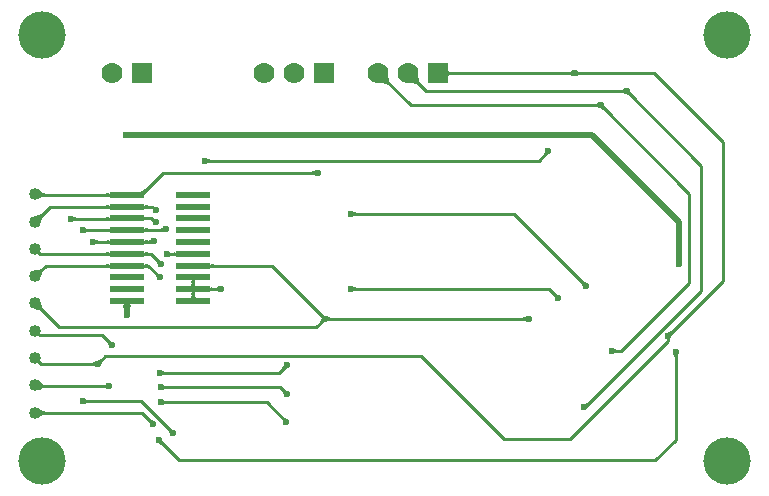
<source format=gbl>
G04*
G04 #@! TF.GenerationSoftware,Altium Limited,Altium Designer,18.1.7 (191)*
G04*
G04 Layer_Physical_Order=2*
G04 Layer_Color=16711680*
%FSLAX25Y25*%
%MOIN*%
G70*
G01*
G75*
%ADD12C,0.01000*%
%ADD55C,0.15748*%
%ADD56C,0.02000*%
%ADD57C,0.04000*%
%ADD58R,0.07000X0.07000*%
%ADD59C,0.07000*%
%ADD60R,0.07000X0.07000*%
%ADD61C,0.02362*%
%ADD62R,0.11811X0.02402*%
G36*
X189296Y144465D02*
X189369Y144410D01*
X189448Y144361D01*
X189533Y144318D01*
X189623Y144282D01*
X189720Y144253D01*
X189822Y144230D01*
X189930Y144214D01*
X190044Y144204D01*
X190164Y144201D01*
Y143201D01*
X190044Y143198D01*
X189930Y143188D01*
X189822Y143171D01*
X189720Y143149D01*
X189623Y143119D01*
X189533Y143083D01*
X189448Y143041D01*
X189369Y142992D01*
X189296Y142936D01*
X189229Y142874D01*
Y144527D01*
X189296Y144465D01*
D02*
G37*
G36*
X187542Y142874D02*
X187475Y142936D01*
X187402Y142992D01*
X187324Y143041D01*
X187239Y143083D01*
X187148Y143119D01*
X187052Y143149D01*
X186950Y143171D01*
X186841Y143188D01*
X186727Y143198D01*
X186607Y143201D01*
Y144201D01*
X186727Y144204D01*
X186841Y144214D01*
X186950Y144230D01*
X187052Y144253D01*
X187148Y144282D01*
X187239Y144318D01*
X187324Y144361D01*
X187402Y144410D01*
X187475Y144465D01*
X187542Y144527D01*
Y142874D01*
D02*
G37*
G36*
X146262Y144606D02*
X146292Y144521D01*
X146343Y144446D01*
X146414Y144381D01*
X146505Y144326D01*
X146616Y144281D01*
X146748Y144246D01*
X146899Y144221D01*
X147071Y144206D01*
X147264Y144201D01*
Y143201D01*
X147071Y143196D01*
X146899Y143181D01*
X146748Y143156D01*
X146616Y143121D01*
X146505Y143076D01*
X146414Y143021D01*
X146343Y142956D01*
X146292Y142881D01*
X146262Y142796D01*
X146252Y142701D01*
Y144701D01*
X146262Y144606D01*
D02*
G37*
G36*
X136278Y143434D02*
X136335Y142495D01*
X136388Y142083D01*
X136459Y141709D01*
X136546Y141374D01*
X136650Y141077D01*
X136771Y140818D01*
X136909Y140597D01*
X137064Y140415D01*
X136356Y139708D01*
X136174Y139863D01*
X135954Y140001D01*
X135695Y140121D01*
X135398Y140226D01*
X135062Y140313D01*
X134688Y140383D01*
X134276Y140437D01*
X133337Y140493D01*
X132811Y140496D01*
X136275Y143961D01*
X136278Y143434D01*
D02*
G37*
G36*
X126278D02*
X126335Y142495D01*
X126388Y142083D01*
X126459Y141709D01*
X126546Y141374D01*
X126650Y141077D01*
X126771Y140818D01*
X126909Y140597D01*
X127064Y140415D01*
X126356Y139708D01*
X126174Y139863D01*
X125954Y140001D01*
X125695Y140121D01*
X125398Y140226D01*
X125062Y140313D01*
X124688Y140383D01*
X124276Y140437D01*
X123337Y140493D01*
X122811Y140496D01*
X126275Y143961D01*
X126278Y143434D01*
D02*
G37*
G36*
X204964Y136969D02*
X204897Y137031D01*
X204824Y137086D01*
X204745Y137135D01*
X204660Y137178D01*
X204570Y137214D01*
X204473Y137243D01*
X204371Y137266D01*
X204263Y137282D01*
X204148Y137292D01*
X204028Y137295D01*
Y138295D01*
X204148Y138298D01*
X204263Y138308D01*
X204371Y138325D01*
X204473Y138348D01*
X204570Y138377D01*
X204660Y138413D01*
X204745Y138455D01*
X204824Y138504D01*
X204897Y138560D01*
X204964Y138622D01*
Y136969D01*
D02*
G37*
G36*
X206992Y137692D02*
X207004Y137601D01*
X207025Y137511D01*
X207055Y137421D01*
X207093Y137332D01*
X207141Y137243D01*
X207197Y137154D01*
X207262Y137066D01*
X207336Y136978D01*
X207418Y136891D01*
X206711Y136184D01*
X206624Y136267D01*
X206536Y136340D01*
X206448Y136405D01*
X206360Y136461D01*
X206271Y136509D01*
X206181Y136548D01*
X206091Y136577D01*
X206001Y136599D01*
X205910Y136611D01*
X205819Y136614D01*
X206988Y137784D01*
X206992Y137692D01*
D02*
G37*
G36*
X196204Y132244D02*
X196137Y132306D01*
X196064Y132362D01*
X195985Y132411D01*
X195900Y132453D01*
X195810Y132489D01*
X195713Y132519D01*
X195611Y132542D01*
X195503Y132558D01*
X195389Y132568D01*
X195268Y132571D01*
Y133571D01*
X195389Y133574D01*
X195503Y133584D01*
X195611Y133600D01*
X195713Y133623D01*
X195810Y133652D01*
X195900Y133688D01*
X195985Y133731D01*
X196064Y133780D01*
X196137Y133835D01*
X196204Y133898D01*
Y132244D01*
D02*
G37*
G36*
X198232Y132968D02*
X198244Y132877D01*
X198265Y132787D01*
X198295Y132697D01*
X198334Y132607D01*
X198381Y132518D01*
X198437Y132430D01*
X198502Y132342D01*
X198576Y132254D01*
X198659Y132167D01*
X197951Y131460D01*
X197864Y131542D01*
X197777Y131616D01*
X197688Y131681D01*
X197600Y131737D01*
X197511Y131784D01*
X197422Y131823D01*
X197332Y131853D01*
X197241Y131874D01*
X197150Y131886D01*
X197059Y131890D01*
X198228Y133059D01*
X198232Y132968D01*
D02*
G37*
G36*
X179614Y116634D02*
X179523Y116630D01*
X179432Y116618D01*
X179342Y116597D01*
X179252Y116567D01*
X179162Y116529D01*
X179073Y116481D01*
X178985Y116425D01*
X178897Y116360D01*
X178809Y116286D01*
X178722Y116204D01*
X178015Y116911D01*
X178097Y116998D01*
X178171Y117086D01*
X178236Y117174D01*
X178292Y117262D01*
X178340Y117351D01*
X178378Y117441D01*
X178408Y117531D01*
X178429Y117621D01*
X178442Y117712D01*
X178445Y117803D01*
X179614Y116634D01*
D02*
G37*
G36*
X66068Y115332D02*
X66141Y115276D01*
X66220Y115227D01*
X66304Y115185D01*
X66395Y115149D01*
X66491Y115119D01*
X66594Y115096D01*
X66702Y115080D01*
X66816Y115070D01*
X66936Y115067D01*
Y114067D01*
X66816Y114064D01*
X66702Y114054D01*
X66594Y114038D01*
X66491Y114015D01*
X66395Y113985D01*
X66304Y113949D01*
X66220Y113907D01*
X66141Y113858D01*
X66068Y113802D01*
X66001Y113740D01*
Y115394D01*
X66068Y115332D01*
D02*
G37*
G36*
X101912Y109705D02*
X101845Y109767D01*
X101772Y109822D01*
X101694Y109871D01*
X101609Y109914D01*
X101518Y109950D01*
X101422Y109979D01*
X101320Y110002D01*
X101211Y110018D01*
X101097Y110028D01*
X100977Y110031D01*
Y111031D01*
X101097Y111035D01*
X101211Y111045D01*
X101320Y111061D01*
X101422Y111084D01*
X101518Y111113D01*
X101609Y111149D01*
X101694Y111192D01*
X101772Y111241D01*
X101845Y111296D01*
X101912Y111358D01*
Y109705D01*
D02*
G37*
G36*
X45774Y104437D02*
X45575Y104231D01*
X45261Y103861D01*
X45147Y103699D01*
X45061Y103550D01*
X45003Y103416D01*
X44973Y103296D01*
X44972Y103190D01*
X44999Y103099D01*
X45055Y103023D01*
X43652Y104425D01*
X43729Y104369D01*
X43820Y104342D01*
X43926Y104344D01*
X44046Y104373D01*
X44180Y104431D01*
X44328Y104517D01*
X44491Y104631D01*
X44669Y104774D01*
X45067Y105144D01*
X45774Y104437D01*
D02*
G37*
G36*
X33292Y102347D02*
X33282Y102442D01*
X33251Y102526D01*
X33201Y102601D01*
X33130Y102666D01*
X33039Y102722D01*
X32927Y102767D01*
X32796Y102801D01*
X32644Y102826D01*
X32472Y102841D01*
X32280Y102847D01*
Y103847D01*
X32472Y103851D01*
X32644Y103867D01*
X32796Y103892D01*
X32927Y103926D01*
X33039Y103972D01*
X33130Y104026D01*
X33201Y104092D01*
X33251Y104166D01*
X33282Y104251D01*
X33292Y104347D01*
Y102347D01*
D02*
G37*
G36*
X10322Y104597D02*
X10487Y104439D01*
X10652Y104300D01*
X10818Y104180D01*
X10984Y104078D01*
X11151Y103995D01*
X11318Y103930D01*
X11485Y103884D01*
X11653Y103856D01*
X11821Y103847D01*
X11770Y102847D01*
X11607Y102838D01*
X11441Y102812D01*
X11272Y102768D01*
X11101Y102707D01*
X10927Y102629D01*
X10751Y102533D01*
X10572Y102420D01*
X10390Y102289D01*
X10206Y102142D01*
X10019Y101976D01*
X10157Y104773D01*
X10322Y104597D01*
D02*
G37*
G36*
X45065Y100216D02*
X45095Y100131D01*
X45146Y100056D01*
X45217Y99991D01*
X45308Y99936D01*
X45419Y99891D01*
X45551Y99856D01*
X45702Y99831D01*
X45875Y99816D01*
X46067Y99811D01*
Y98811D01*
X45875Y98806D01*
X45702Y98791D01*
X45551Y98766D01*
X45419Y98731D01*
X45308Y98686D01*
X45217Y98631D01*
X45146Y98566D01*
X45095Y98491D01*
X45065Y98406D01*
X45055Y98311D01*
Y100311D01*
X45065Y100216D01*
D02*
G37*
G36*
X33292Y98311D02*
X33282Y98406D01*
X33251Y98491D01*
X33201Y98566D01*
X33130Y98631D01*
X33039Y98686D01*
X32927Y98731D01*
X32796Y98766D01*
X32644Y98791D01*
X32472Y98806D01*
X32280Y98811D01*
Y99811D01*
X32472Y99816D01*
X32644Y99831D01*
X32796Y99856D01*
X32927Y99891D01*
X33039Y99936D01*
X33130Y99991D01*
X33201Y100056D01*
X33251Y100131D01*
X33282Y100216D01*
X33292Y100311D01*
Y98311D01*
D02*
G37*
G36*
X114788Y97615D02*
X114861Y97559D01*
X114940Y97510D01*
X115025Y97468D01*
X115115Y97432D01*
X115212Y97403D01*
X115314Y97380D01*
X115422Y97364D01*
X115537Y97354D01*
X115657Y97350D01*
Y96350D01*
X115537Y96347D01*
X115422Y96337D01*
X115314Y96321D01*
X115212Y96298D01*
X115115Y96269D01*
X115025Y96233D01*
X114940Y96190D01*
X114861Y96141D01*
X114788Y96086D01*
X114721Y96024D01*
Y97677D01*
X114788Y97615D01*
D02*
G37*
G36*
X21315Y96015D02*
X21392Y95965D01*
X21474Y95920D01*
X21561Y95882D01*
X21654Y95850D01*
X21753Y95823D01*
X21856Y95802D01*
X21965Y95787D01*
X22080Y95779D01*
X22199Y95776D01*
X22292Y94776D01*
X22171Y94772D01*
X22058Y94762D01*
X21950Y94744D01*
X21849Y94719D01*
X21755Y94688D01*
X21667Y94649D01*
X21586Y94603D01*
X21512Y94550D01*
X21443Y94490D01*
X21382Y94424D01*
X21244Y96071D01*
X21315Y96015D01*
D02*
G37*
G36*
X45065Y96279D02*
X45095Y96194D01*
X45146Y96119D01*
X45217Y96054D01*
X45308Y95999D01*
X45419Y95954D01*
X45551Y95919D01*
X45702Y95894D01*
X45875Y95879D01*
X46067Y95874D01*
Y94874D01*
X45875Y94869D01*
X45702Y94854D01*
X45551Y94829D01*
X45419Y94794D01*
X45308Y94749D01*
X45217Y94694D01*
X45146Y94629D01*
X45095Y94554D01*
X45065Y94469D01*
X45055Y94374D01*
Y96374D01*
X45065Y96279D01*
D02*
G37*
G36*
X11233Y96205D02*
X11122Y96081D01*
X11023Y95944D01*
X10936Y95793D01*
X10861Y95629D01*
X10798Y95452D01*
X10747Y95261D01*
X10707Y95056D01*
X10680Y94838D01*
X10665Y94606D01*
X10661Y94361D01*
X8681Y96340D01*
X8927Y96344D01*
X9377Y96387D01*
X9581Y96426D01*
X9773Y96477D01*
X9950Y96540D01*
X10114Y96615D01*
X10265Y96702D01*
X10402Y96801D01*
X10526Y96912D01*
X11233Y96205D01*
D02*
G37*
G36*
X33292Y94276D02*
X33282Y94371D01*
X33251Y94456D01*
X33201Y94531D01*
X33130Y94596D01*
X33039Y94651D01*
X32927Y94696D01*
X32796Y94731D01*
X32644Y94756D01*
X32472Y94771D01*
X32280Y94776D01*
Y95776D01*
X32472Y95781D01*
X32644Y95796D01*
X32796Y95821D01*
X32927Y95856D01*
X33039Y95901D01*
X33130Y95956D01*
X33201Y96021D01*
X33251Y96096D01*
X33282Y96181D01*
X33292Y96276D01*
Y94276D01*
D02*
G37*
G36*
X47818Y95537D02*
X47906Y95465D01*
X47994Y95403D01*
X48083Y95351D01*
X48171Y95310D01*
X48260Y95279D01*
X48349Y95258D01*
X48438Y95248D01*
X48527Y95248D01*
X48616Y95258D01*
X47651Y93915D01*
X47635Y94002D01*
X47610Y94089D01*
X47578Y94176D01*
X47539Y94263D01*
X47493Y94350D01*
X47439Y94437D01*
X47379Y94524D01*
X47310Y94611D01*
X47152Y94784D01*
X47730Y95620D01*
X47818Y95537D01*
D02*
G37*
G36*
X51530Y90807D02*
X51458Y90859D01*
X51379Y90907D01*
X51296Y90948D01*
X51208Y90984D01*
X51114Y91015D01*
X51015Y91040D01*
X50911Y91060D01*
X50802Y91074D01*
X50687Y91082D01*
X50567Y91085D01*
X50428Y92085D01*
X50548Y92088D01*
X50662Y92099D01*
X50769Y92117D01*
X50869Y92143D01*
X50962Y92175D01*
X51048Y92215D01*
X51127Y92262D01*
X51200Y92317D01*
X51265Y92378D01*
X51324Y92447D01*
X51530Y90807D01*
D02*
G37*
G36*
X25320Y92202D02*
X25393Y92146D01*
X25472Y92097D01*
X25556Y92055D01*
X25647Y92019D01*
X25743Y91989D01*
X25846Y91966D01*
X25954Y91950D01*
X26068Y91940D01*
X26188Y91937D01*
Y90937D01*
X26068Y90934D01*
X25954Y90924D01*
X25846Y90908D01*
X25743Y90885D01*
X25647Y90855D01*
X25556Y90819D01*
X25472Y90777D01*
X25393Y90728D01*
X25320Y90672D01*
X25253Y90610D01*
Y92264D01*
X25320Y92202D01*
D02*
G37*
G36*
X45065Y92490D02*
X45095Y92405D01*
X45146Y92330D01*
X45217Y92265D01*
X45308Y92210D01*
X45419Y92165D01*
X45551Y92130D01*
X45702Y92105D01*
X45875Y92090D01*
X46067Y92085D01*
Y91085D01*
X45875Y91080D01*
X45702Y91065D01*
X45551Y91040D01*
X45419Y91005D01*
X45308Y90960D01*
X45217Y90905D01*
X45146Y90840D01*
X45095Y90765D01*
X45065Y90680D01*
X45055Y90585D01*
Y92585D01*
X45065Y92490D01*
D02*
G37*
G36*
X33292Y90437D02*
X33282Y90532D01*
X33251Y90617D01*
X33201Y90692D01*
X33130Y90757D01*
X33039Y90812D01*
X32927Y90857D01*
X32796Y90892D01*
X32644Y90917D01*
X32472Y90932D01*
X32280Y90937D01*
Y91937D01*
X32472Y91942D01*
X32644Y91957D01*
X32796Y91982D01*
X32927Y92017D01*
X33039Y92062D01*
X33130Y92117D01*
X33201Y92182D01*
X33251Y92257D01*
X33282Y92342D01*
X33292Y92437D01*
Y90437D01*
D02*
G37*
G36*
X47576Y86840D02*
X47504Y86894D01*
X47427Y86943D01*
X47344Y86986D01*
X47256Y87023D01*
X47163Y87054D01*
X47064Y87080D01*
X46960Y87100D01*
X46851Y87114D01*
X46736Y87123D01*
X46617Y87126D01*
X46498Y88126D01*
X46618Y88129D01*
X46732Y88140D01*
X46839Y88158D01*
X46939Y88183D01*
X47033Y88215D01*
X47120Y88255D01*
X47200Y88301D01*
X47273Y88355D01*
X47340Y88416D01*
X47400Y88484D01*
X47576Y86840D01*
D02*
G37*
G36*
X28869Y88276D02*
X28942Y88220D01*
X29020Y88171D01*
X29105Y88128D01*
X29195Y88092D01*
X29291Y88062D01*
X29394Y88039D01*
X29502Y88023D01*
X29616Y88013D01*
X29736Y88009D01*
X29727Y87009D01*
X29607Y87006D01*
X29493Y86997D01*
X29384Y86980D01*
X29282Y86958D01*
X29185Y86928D01*
X29094Y86893D01*
X29010Y86851D01*
X28930Y86802D01*
X28857Y86747D01*
X28790Y86685D01*
X28803Y88339D01*
X28869Y88276D01*
D02*
G37*
G36*
X45065Y88531D02*
X45095Y88446D01*
X45146Y88371D01*
X45217Y88306D01*
X45308Y88251D01*
X45419Y88206D01*
X45551Y88171D01*
X45702Y88146D01*
X45875Y88131D01*
X46067Y88126D01*
Y87126D01*
X45875Y87121D01*
X45702Y87106D01*
X45551Y87081D01*
X45419Y87046D01*
X45308Y87001D01*
X45217Y86946D01*
X45146Y86881D01*
X45095Y86806D01*
X45065Y86721D01*
X45055Y86626D01*
Y88626D01*
X45065Y88531D01*
D02*
G37*
G36*
X33292Y86509D02*
X33282Y86604D01*
X33251Y86689D01*
X33201Y86764D01*
X33130Y86829D01*
X33039Y86884D01*
X32927Y86929D01*
X32796Y86964D01*
X32644Y86989D01*
X32472Y87004D01*
X32280Y87009D01*
Y88009D01*
X32472Y88014D01*
X32644Y88029D01*
X32796Y88054D01*
X32927Y88089D01*
X33039Y88134D01*
X33130Y88189D01*
X33201Y88254D01*
X33251Y88329D01*
X33282Y88414D01*
X33292Y88509D01*
Y86509D01*
D02*
G37*
G36*
X53205Y84204D02*
X53282Y84154D01*
X53364Y84109D01*
X53451Y84071D01*
X53544Y84039D01*
X53642Y84012D01*
X53746Y83991D01*
X53855Y83976D01*
X53969Y83968D01*
X54089Y83965D01*
X54182Y82965D01*
X54061Y82961D01*
X53947Y82951D01*
X53840Y82933D01*
X53739Y82908D01*
X53645Y82877D01*
X53557Y82838D01*
X53476Y82792D01*
X53401Y82739D01*
X53333Y82679D01*
X53272Y82613D01*
X53134Y84260D01*
X53205Y84204D01*
D02*
G37*
G36*
X45065Y84468D02*
X45095Y84383D01*
X45146Y84308D01*
X45217Y84243D01*
X45308Y84188D01*
X45419Y84143D01*
X45551Y84108D01*
X45702Y84083D01*
X45875Y84068D01*
X46067Y84063D01*
Y83063D01*
X45875Y83058D01*
X45702Y83043D01*
X45551Y83018D01*
X45419Y82983D01*
X45308Y82938D01*
X45217Y82883D01*
X45146Y82818D01*
X45095Y82743D01*
X45065Y82658D01*
X45055Y82563D01*
Y84563D01*
X45065Y84468D01*
D02*
G37*
G36*
X33292Y82563D02*
X33282Y82658D01*
X33251Y82743D01*
X33201Y82818D01*
X33130Y82883D01*
X33039Y82938D01*
X32927Y82983D01*
X32796Y83018D01*
X32644Y83043D01*
X32472Y83058D01*
X32280Y83063D01*
Y84063D01*
X32472Y84068D01*
X32644Y84083D01*
X32796Y84108D01*
X32927Y84143D01*
X33039Y84188D01*
X33130Y84243D01*
X33201Y84308D01*
X33251Y84383D01*
X33282Y84468D01*
X33292Y84563D01*
Y82563D01*
D02*
G37*
G36*
X55339Y82465D02*
X55329Y82560D01*
X55299Y82645D01*
X55248Y82720D01*
X55177Y82785D01*
X55086Y82840D01*
X54975Y82885D01*
X54843Y82920D01*
X54691Y82945D01*
X54519Y82960D01*
X54327Y82965D01*
Y83965D01*
X54519Y83970D01*
X54691Y83985D01*
X54843Y84010D01*
X54975Y84045D01*
X55086Y84090D01*
X55177Y84145D01*
X55248Y84210D01*
X55299Y84285D01*
X55329Y84370D01*
X55339Y84465D01*
Y82465D01*
D02*
G37*
G36*
X49686Y81647D02*
X49773Y81573D01*
X49861Y81508D01*
X49950Y81452D01*
X50039Y81404D01*
X50128Y81366D01*
X50218Y81336D01*
X50309Y81315D01*
X50400Y81303D01*
X50491Y81299D01*
X49322Y80130D01*
X49318Y80221D01*
X49306Y80312D01*
X49285Y80402D01*
X49255Y80492D01*
X49216Y80582D01*
X49169Y80671D01*
X49113Y80759D01*
X49048Y80848D01*
X48974Y80935D01*
X48891Y81022D01*
X49598Y81729D01*
X49686Y81647D01*
D02*
G37*
G36*
X67112Y80531D02*
X67142Y80446D01*
X67193Y80371D01*
X67264Y80306D01*
X67355Y80251D01*
X67466Y80206D01*
X67598Y80171D01*
X67750Y80146D01*
X67922Y80131D01*
X68114Y80126D01*
Y79126D01*
X67922Y79121D01*
X67750Y79106D01*
X67598Y79081D01*
X67466Y79046D01*
X67355Y79001D01*
X67264Y78946D01*
X67193Y78881D01*
X67142Y78806D01*
X67112Y78721D01*
X67102Y78626D01*
Y80626D01*
X67112Y80531D01*
D02*
G37*
G36*
X45065D02*
X45095Y80446D01*
X45146Y80371D01*
X45217Y80306D01*
X45308Y80251D01*
X45419Y80206D01*
X45551Y80171D01*
X45702Y80146D01*
X45875Y80131D01*
X46067Y80126D01*
Y79126D01*
X45875Y79121D01*
X45702Y79106D01*
X45551Y79081D01*
X45419Y79046D01*
X45308Y79001D01*
X45217Y78946D01*
X45146Y78881D01*
X45095Y78806D01*
X45065Y78721D01*
X45055Y78626D01*
Y80626D01*
X45065Y80531D01*
D02*
G37*
G36*
X33292Y78626D02*
X33282Y78721D01*
X33251Y78806D01*
X33201Y78881D01*
X33130Y78946D01*
X33039Y79001D01*
X32927Y79046D01*
X32796Y79081D01*
X32644Y79106D01*
X32472Y79121D01*
X32280Y79126D01*
Y80126D01*
X32472Y80131D01*
X32644Y80146D01*
X32796Y80171D01*
X32927Y80206D01*
X33039Y80251D01*
X33130Y80306D01*
X33201Y80371D01*
X33251Y80446D01*
X33282Y80531D01*
X33292Y80626D01*
Y78626D01*
D02*
G37*
G36*
X11233Y77996D02*
X11122Y77873D01*
X11023Y77736D01*
X10936Y77585D01*
X10861Y77421D01*
X10798Y77243D01*
X10747Y77052D01*
X10707Y76847D01*
X10680Y76629D01*
X10665Y76397D01*
X10661Y76152D01*
X8681Y78132D01*
X8927Y78135D01*
X9377Y78178D01*
X9581Y78217D01*
X9773Y78268D01*
X9950Y78332D01*
X10114Y78407D01*
X10265Y78493D01*
X10402Y78592D01*
X10526Y78703D01*
X11233Y77996D01*
D02*
G37*
G36*
X49380Y77218D02*
X49468Y77144D01*
X49556Y77079D01*
X49644Y77023D01*
X49733Y76975D01*
X49823Y76937D01*
X49913Y76907D01*
X50003Y76886D01*
X50094Y76873D01*
X50185Y76870D01*
X49016Y75701D01*
X49012Y75792D01*
X49000Y75883D01*
X48979Y75973D01*
X48949Y76063D01*
X48911Y76153D01*
X48863Y76242D01*
X48807Y76330D01*
X48742Y76418D01*
X48668Y76506D01*
X48586Y76593D01*
X49293Y77300D01*
X49380Y77218D01*
D02*
G37*
G36*
X62125Y74490D02*
X62041Y74460D01*
X61966Y74410D01*
X61901Y74340D01*
X61845Y74250D01*
X61800Y74140D01*
X61765Y74010D01*
X61740Y73860D01*
X61728Y73719D01*
X61740Y73576D01*
X61765Y73425D01*
X61800Y73293D01*
X61845Y73182D01*
X61901Y73091D01*
X61966Y73020D01*
X62041Y72969D01*
X62125Y72939D01*
X62221Y72929D01*
X60220D01*
X60316Y72939D01*
X60400Y72969D01*
X60475Y73020D01*
X60540Y73091D01*
X60596Y73182D01*
X60641Y73293D01*
X60676Y73425D01*
X60701Y73576D01*
X60713Y73719D01*
X60701Y73860D01*
X60676Y74010D01*
X60641Y74140D01*
X60596Y74250D01*
X60540Y74340D01*
X60475Y74410D01*
X60400Y74460D01*
X60316Y74490D01*
X60220Y74500D01*
X62221D01*
X62125Y74490D01*
D02*
G37*
G36*
X191309Y74363D02*
X191397Y74290D01*
X191485Y74225D01*
X191573Y74168D01*
X191662Y74121D01*
X191752Y74082D01*
X191842Y74053D01*
X191932Y74031D01*
X192023Y74019D01*
X192114Y74016D01*
X190945Y72847D01*
X190942Y72938D01*
X190929Y73029D01*
X190908Y73119D01*
X190878Y73209D01*
X190840Y73298D01*
X190792Y73387D01*
X190736Y73476D01*
X190671Y73564D01*
X190597Y73652D01*
X190515Y73739D01*
X191222Y74446D01*
X191309Y74363D01*
D02*
G37*
G36*
X114788Y72615D02*
X114861Y72559D01*
X114940Y72510D01*
X115025Y72468D01*
X115115Y72432D01*
X115212Y72403D01*
X115314Y72380D01*
X115422Y72364D01*
X115537Y72354D01*
X115657Y72350D01*
Y71350D01*
X115537Y71347D01*
X115422Y71337D01*
X115314Y71321D01*
X115212Y71298D01*
X115115Y71269D01*
X115025Y71233D01*
X114940Y71190D01*
X114861Y71141D01*
X114788Y71086D01*
X114721Y71024D01*
Y72677D01*
X114788Y72615D01*
D02*
G37*
G36*
X69629Y70925D02*
X69562Y70987D01*
X69489Y71043D01*
X69410Y71092D01*
X69326Y71134D01*
X69235Y71170D01*
X69138Y71200D01*
X69036Y71223D01*
X68928Y71239D01*
X68814Y71249D01*
X68694Y71252D01*
X68694Y72252D01*
X68814Y72255D01*
X68928Y72265D01*
X69036Y72281D01*
X69138Y72304D01*
X69235Y72334D01*
X69326Y72370D01*
X69410Y72412D01*
X69489Y72461D01*
X69562Y72517D01*
X69629Y72579D01*
X69629Y70925D01*
D02*
G37*
G36*
X67112Y72657D02*
X67142Y72572D01*
X67193Y72497D01*
X67264Y72432D01*
X67355Y72377D01*
X67466Y72332D01*
X67598Y72297D01*
X67750Y72272D01*
X67922Y72257D01*
X68114Y72252D01*
Y71252D01*
X67922Y71247D01*
X67750Y71232D01*
X67598Y71207D01*
X67466Y71172D01*
X67355Y71127D01*
X67264Y71072D01*
X67193Y71007D01*
X67142Y70932D01*
X67112Y70847D01*
X67102Y70752D01*
Y72752D01*
X67112Y72657D01*
D02*
G37*
G36*
X62125Y70553D02*
X62041Y70523D01*
X61966Y70473D01*
X61901Y70403D01*
X61845Y70313D01*
X61800Y70203D01*
X61765Y70073D01*
X61740Y69923D01*
X61728Y69782D01*
X61740Y69639D01*
X61765Y69488D01*
X61800Y69356D01*
X61845Y69245D01*
X61901Y69154D01*
X61966Y69083D01*
X62041Y69032D01*
X62125Y69002D01*
X62221Y68992D01*
X60220D01*
X60316Y69002D01*
X60400Y69032D01*
X60475Y69083D01*
X60540Y69154D01*
X60596Y69245D01*
X60641Y69356D01*
X60676Y69488D01*
X60701Y69639D01*
X60713Y69782D01*
X60701Y69923D01*
X60676Y70073D01*
X60641Y70203D01*
X60596Y70313D01*
X60540Y70403D01*
X60475Y70473D01*
X60400Y70523D01*
X60316Y70553D01*
X60220Y70563D01*
X62221D01*
X62125Y70553D01*
D02*
G37*
G36*
X182155Y70328D02*
X182243Y70254D01*
X182331Y70189D01*
X182420Y70133D01*
X182509Y70086D01*
X182598Y70047D01*
X182688Y70017D01*
X182779Y69996D01*
X182869Y69984D01*
X182961Y69980D01*
X181791Y68811D01*
X181788Y68902D01*
X181776Y68993D01*
X181755Y69083D01*
X181725Y69173D01*
X181686Y69263D01*
X181639Y69352D01*
X181582Y69440D01*
X181518Y69529D01*
X181444Y69616D01*
X181361Y69703D01*
X182068Y70411D01*
X182155Y70328D01*
D02*
G37*
G36*
X40983Y66606D02*
X40813Y66546D01*
X40663Y66446D01*
X40533Y66306D01*
X40423Y66126D01*
X40333Y65906D01*
X40263Y65646D01*
X40213Y65346D01*
X40183Y65006D01*
X40173Y64626D01*
X38173D01*
X38163Y65006D01*
X38133Y65346D01*
X38083Y65646D01*
X38013Y65906D01*
X37923Y66126D01*
X37813Y66306D01*
X37683Y66446D01*
X37533Y66546D01*
X37363Y66606D01*
X37173Y66626D01*
X41173D01*
X40983Y66606D01*
D02*
G37*
G36*
X10665Y66762D02*
X10707Y66312D01*
X10747Y66108D01*
X10798Y65916D01*
X10861Y65739D01*
X10936Y65575D01*
X11023Y65424D01*
X11122Y65287D01*
X11233Y65163D01*
X10526Y64456D01*
X10402Y64567D01*
X10265Y64666D01*
X10114Y64753D01*
X9950Y64828D01*
X9773Y64891D01*
X9581Y64942D01*
X9377Y64982D01*
X9159Y65009D01*
X8927Y65024D01*
X8681Y65028D01*
X10661Y67008D01*
X10665Y66762D01*
D02*
G37*
G36*
X104301Y63537D02*
X104389Y63463D01*
X104477Y63398D01*
X104565Y63342D01*
X104654Y63294D01*
X104744Y63256D01*
X104834Y63226D01*
X104924Y63205D01*
X105015Y63192D01*
X105106Y63189D01*
X103937Y62020D01*
X103934Y62111D01*
X103921Y62202D01*
X103900Y62292D01*
X103870Y62382D01*
X103832Y62472D01*
X103784Y62561D01*
X103728Y62649D01*
X103663Y62737D01*
X103589Y62825D01*
X103507Y62912D01*
X104214Y63619D01*
X104301Y63537D01*
D02*
G37*
G36*
X106060Y62734D02*
X106130Y62676D01*
X106207Y62625D01*
X106290Y62581D01*
X106379Y62544D01*
X106475Y62513D01*
X106576Y62489D01*
X106684Y62472D01*
X106798Y62462D01*
X106919Y62459D01*
X106872Y61459D01*
X106753Y61456D01*
X106638Y61446D01*
X106530Y61431D01*
X106427Y61409D01*
X106329Y61381D01*
X106237Y61346D01*
X106151Y61306D01*
X106071Y61259D01*
X105996Y61206D01*
X105926Y61147D01*
X105995Y62799D01*
X106060Y62734D01*
D02*
G37*
G36*
X172154Y61119D02*
X172090Y61183D01*
X172019Y61241D01*
X171942Y61292D01*
X171859Y61336D01*
X171770Y61374D01*
X171675Y61404D01*
X171573Y61428D01*
X171465Y61445D01*
X171351Y61455D01*
X171231Y61459D01*
X171277Y62459D01*
X171397Y62462D01*
X171511Y62471D01*
X171620Y62487D01*
X171723Y62509D01*
X171820Y62537D01*
X171912Y62571D01*
X171999Y62612D01*
X172079Y62658D01*
X172154Y62711D01*
X172223Y62771D01*
X172154Y61119D01*
D02*
G37*
G36*
X105106Y60827D02*
X105015Y60823D01*
X104924Y60811D01*
X104834Y60790D01*
X104744Y60760D01*
X104654Y60722D01*
X104565Y60674D01*
X104477Y60618D01*
X104389Y60553D01*
X104301Y60479D01*
X104214Y60397D01*
X103507Y61104D01*
X103589Y61191D01*
X103663Y61278D01*
X103728Y61367D01*
X103784Y61455D01*
X103832Y61544D01*
X103870Y61634D01*
X103900Y61724D01*
X103921Y61814D01*
X103934Y61905D01*
X103937Y61996D01*
X105106Y60827D01*
D02*
G37*
G36*
X221198Y57203D02*
X221115Y57116D01*
X221041Y57029D01*
X220976Y56940D01*
X220920Y56852D01*
X220873Y56763D01*
X220834Y56673D01*
X220804Y56583D01*
X220783Y56493D01*
X220771Y56402D01*
X220768Y56311D01*
X219598Y57480D01*
X219690Y57484D01*
X219780Y57496D01*
X219871Y57517D01*
X219961Y57547D01*
X220050Y57586D01*
X220139Y57633D01*
X220228Y57689D01*
X220316Y57754D01*
X220404Y57828D01*
X220491Y57911D01*
X221198Y57203D01*
D02*
G37*
G36*
X220147Y55253D02*
X220134Y55228D01*
X220123Y55192D01*
X220113Y55145D01*
X220105Y55086D01*
X220093Y54936D01*
X220087Y54626D01*
X219087D01*
X219086Y54740D01*
X219060Y55145D01*
X219050Y55192D01*
X219039Y55228D01*
X219026Y55253D01*
X219012Y55267D01*
X220161D01*
X220147Y55253D01*
D02*
G37*
G36*
X33336Y54678D02*
X33424Y54605D01*
X33512Y54540D01*
X33601Y54483D01*
X33690Y54436D01*
X33779Y54397D01*
X33869Y54367D01*
X33960Y54346D01*
X34051Y54334D01*
X34142Y54331D01*
X32972Y53161D01*
X32969Y53253D01*
X32957Y53343D01*
X32936Y53434D01*
X32906Y53524D01*
X32867Y53613D01*
X32820Y53702D01*
X32764Y53791D01*
X32699Y53879D01*
X32625Y53967D01*
X32542Y54054D01*
X33249Y54761D01*
X33336Y54678D01*
D02*
G37*
G36*
X201698Y51946D02*
X201771Y51890D01*
X201850Y51841D01*
X201934Y51799D01*
X202025Y51763D01*
X202121Y51733D01*
X202224Y51710D01*
X202332Y51694D01*
X202446Y51684D01*
X202566Y51681D01*
Y50681D01*
X202446Y50678D01*
X202332Y50668D01*
X202224Y50652D01*
X202121Y50629D01*
X202025Y50599D01*
X201934Y50564D01*
X201850Y50521D01*
X201771Y50472D01*
X201698Y50416D01*
X201631Y50354D01*
Y52008D01*
X201698Y51946D01*
D02*
G37*
G36*
X222910Y50074D02*
X222855Y50001D01*
X222806Y49922D01*
X222763Y49837D01*
X222727Y49747D01*
X222698Y49650D01*
X222675Y49548D01*
X222659Y49440D01*
X222649Y49326D01*
X222646Y49205D01*
X221646D01*
X221642Y49326D01*
X221633Y49440D01*
X221616Y49548D01*
X221593Y49650D01*
X221564Y49747D01*
X221528Y49837D01*
X221486Y49922D01*
X221437Y50001D01*
X221381Y50074D01*
X221319Y50141D01*
X222972D01*
X222910Y50074D01*
D02*
G37*
G36*
X31139Y47853D02*
X31056Y47766D01*
X30983Y47678D01*
X30918Y47590D01*
X30861Y47502D01*
X30814Y47412D01*
X30775Y47323D01*
X30745Y47233D01*
X30724Y47143D01*
X30712Y47052D01*
X30709Y46961D01*
X29539Y48130D01*
X29631Y48133D01*
X29722Y48146D01*
X29812Y48167D01*
X29902Y48197D01*
X29991Y48235D01*
X30080Y48283D01*
X30169Y48339D01*
X30257Y48404D01*
X30345Y48478D01*
X30432Y48560D01*
X31139Y47853D01*
D02*
G37*
G36*
X10488Y47988D02*
X10485Y47931D01*
X10493Y47869D01*
X10514Y47802D01*
X10546Y47730D01*
X10590Y47654D01*
X10646Y47574D01*
X10714Y47488D01*
X10793Y47398D01*
X10885Y47302D01*
X10178Y46595D01*
X10083Y46687D01*
X9907Y46834D01*
X9826Y46890D01*
X9750Y46934D01*
X9678Y46966D01*
X9612Y46987D01*
X9550Y46995D01*
X9493Y46992D01*
X9440Y46977D01*
X10504Y48040D01*
X10488Y47988D01*
D02*
G37*
G36*
X28684Y46122D02*
X28617Y46184D01*
X28544Y46240D01*
X28465Y46289D01*
X28381Y46331D01*
X28290Y46367D01*
X28194Y46396D01*
X28091Y46419D01*
X27983Y46436D01*
X27869Y46446D01*
X27749Y46449D01*
Y47449D01*
X27869Y47452D01*
X27983Y47462D01*
X28091Y47478D01*
X28194Y47501D01*
X28290Y47530D01*
X28381Y47566D01*
X28465Y47609D01*
X28544Y47658D01*
X28617Y47714D01*
X28684Y47776D01*
Y46122D01*
D02*
G37*
G36*
X92409Y45276D02*
X92318Y45272D01*
X92227Y45260D01*
X92137Y45239D01*
X92047Y45209D01*
X91958Y45170D01*
X91869Y45123D01*
X91780Y45067D01*
X91692Y45002D01*
X91604Y44928D01*
X91517Y44845D01*
X90810Y45553D01*
X90892Y45640D01*
X90966Y45727D01*
X91031Y45815D01*
X91088Y45904D01*
X91135Y45993D01*
X91174Y46082D01*
X91203Y46172D01*
X91224Y46263D01*
X91237Y46354D01*
X91240Y46445D01*
X92409Y45276D01*
D02*
G37*
G36*
X51206Y44564D02*
X51279Y44508D01*
X51357Y44459D01*
X51442Y44417D01*
X51533Y44381D01*
X51629Y44352D01*
X51731Y44329D01*
X51840Y44312D01*
X51954Y44302D01*
X52074Y44299D01*
Y43299D01*
X51954Y43296D01*
X51840Y43286D01*
X51731Y43270D01*
X51629Y43247D01*
X51533Y43218D01*
X51442Y43182D01*
X51357Y43139D01*
X51279Y43090D01*
X51206Y43034D01*
X51139Y42972D01*
Y44626D01*
X51206Y44564D01*
D02*
G37*
G36*
X32453Y38613D02*
X32386Y38675D01*
X32313Y38731D01*
X32234Y38780D01*
X32149Y38822D01*
X32059Y38858D01*
X31962Y38888D01*
X31860Y38911D01*
X31752Y38927D01*
X31637Y38937D01*
X31517Y38940D01*
Y39940D01*
X31637Y39943D01*
X31752Y39953D01*
X31860Y39970D01*
X31962Y39992D01*
X32059Y40022D01*
X32149Y40058D01*
X32234Y40100D01*
X32313Y40149D01*
X32386Y40205D01*
X32453Y40267D01*
Y38613D01*
D02*
G37*
G36*
X51284Y39820D02*
X51357Y39764D01*
X51436Y39715D01*
X51521Y39673D01*
X51611Y39637D01*
X51708Y39607D01*
X51810Y39584D01*
X51919Y39568D01*
X52033Y39558D01*
X52153Y39555D01*
Y38555D01*
X52033Y38552D01*
X51919Y38542D01*
X51810Y38526D01*
X51708Y38503D01*
X51611Y38473D01*
X51521Y38438D01*
X51436Y38395D01*
X51357Y38346D01*
X51284Y38290D01*
X51218Y38228D01*
Y39882D01*
X51284Y39820D01*
D02*
G37*
G36*
X10413Y40722D02*
X10560Y40558D01*
X10711Y40413D01*
X10864Y40288D01*
X11021Y40181D01*
X11180Y40095D01*
X11343Y40027D01*
X11509Y39979D01*
X11677Y39950D01*
X11849Y39940D01*
X11705Y38940D01*
X11548Y38932D01*
X11385Y38908D01*
X11216Y38867D01*
X11042Y38811D01*
X10863Y38738D01*
X10678Y38649D01*
X10487Y38544D01*
X10091Y38285D01*
X9884Y38132D01*
X10268Y40905D01*
X10413Y40722D01*
D02*
G37*
G36*
X91604Y38340D02*
X91692Y38266D01*
X91780Y38201D01*
X91869Y38145D01*
X91958Y38097D01*
X92047Y38059D01*
X92137Y38029D01*
X92227Y38008D01*
X92318Y37995D01*
X92409Y37992D01*
X91240Y36823D01*
X91237Y36914D01*
X91224Y37005D01*
X91203Y37095D01*
X91174Y37185D01*
X91135Y37275D01*
X91088Y37364D01*
X91031Y37452D01*
X90966Y37540D01*
X90892Y37628D01*
X90810Y37715D01*
X91517Y38422D01*
X91604Y38340D01*
D02*
G37*
G36*
X193289Y33232D02*
X193207Y33145D01*
X193064Y32971D01*
X193005Y32883D01*
X192953Y32796D01*
X192908Y32708D01*
X192872Y32619D01*
X192843Y32531D01*
X192822Y32442D01*
X192808Y32353D01*
X191785Y33652D01*
X191875Y33645D01*
X191965Y33648D01*
X192055Y33661D01*
X192144Y33685D01*
X192233Y33718D01*
X192322Y33761D01*
X192411Y33814D01*
X192499Y33876D01*
X192587Y33949D01*
X192675Y34032D01*
X193289Y33232D01*
D02*
G37*
G36*
X25320Y35214D02*
X25393Y35158D01*
X25472Y35109D01*
X25556Y35066D01*
X25647Y35030D01*
X25743Y35001D01*
X25846Y34978D01*
X25954Y34962D01*
X26068Y34952D01*
X26188Y34949D01*
Y33949D01*
X26068Y33946D01*
X25954Y33936D01*
X25846Y33919D01*
X25743Y33896D01*
X25647Y33867D01*
X25556Y33831D01*
X25472Y33789D01*
X25393Y33740D01*
X25320Y33684D01*
X25253Y33622D01*
Y35276D01*
X25320Y35214D01*
D02*
G37*
G36*
X51304Y34820D02*
X51377Y34764D01*
X51456Y34715D01*
X51540Y34673D01*
X51631Y34637D01*
X51728Y34607D01*
X51830Y34585D01*
X51938Y34568D01*
X52052Y34558D01*
X52172Y34555D01*
Y33555D01*
X52052Y33552D01*
X51938Y33542D01*
X51830Y33526D01*
X51728Y33503D01*
X51631Y33473D01*
X51540Y33437D01*
X51456Y33395D01*
X51377Y33346D01*
X51304Y33290D01*
X51237Y33228D01*
Y34882D01*
X51304Y34820D01*
D02*
G37*
G36*
X10266Y31839D02*
X10614Y31551D01*
X10786Y31434D01*
X10958Y31335D01*
X11128Y31254D01*
X11297Y31191D01*
X11465Y31146D01*
X11632Y31119D01*
X11798Y31110D01*
Y30110D01*
X11632Y30101D01*
X11465Y30074D01*
X11297Y30029D01*
X11128Y29966D01*
X10958Y29885D01*
X10786Y29786D01*
X10614Y29669D01*
X10440Y29534D01*
X10266Y29381D01*
X10090Y29210D01*
Y32010D01*
X10266Y31839D01*
D02*
G37*
G36*
X91506Y29088D02*
X91593Y29014D01*
X91682Y28949D01*
X91770Y28893D01*
X91859Y28845D01*
X91949Y28807D01*
X92039Y28777D01*
X92129Y28756D01*
X92220Y28744D01*
X92311Y28740D01*
X91142Y27571D01*
X91138Y27662D01*
X91126Y27753D01*
X91105Y27843D01*
X91075Y27933D01*
X91036Y28023D01*
X90989Y28112D01*
X90933Y28200D01*
X90868Y28288D01*
X90794Y28376D01*
X90711Y28463D01*
X91419Y29170D01*
X91506Y29088D01*
D02*
G37*
G36*
X47067Y28399D02*
X47154Y28325D01*
X47243Y28260D01*
X47331Y28204D01*
X47420Y28156D01*
X47510Y28118D01*
X47599Y28088D01*
X47690Y28067D01*
X47781Y28055D01*
X47872Y28051D01*
X46703Y26882D01*
X46699Y26973D01*
X46687Y27064D01*
X46666Y27154D01*
X46636Y27244D01*
X46597Y27334D01*
X46550Y27423D01*
X46494Y27511D01*
X46429Y27599D01*
X46355Y27687D01*
X46272Y27774D01*
X46979Y28481D01*
X47067Y28399D01*
D02*
G37*
G36*
X53711Y25348D02*
X53798Y25274D01*
X53886Y25209D01*
X53975Y25153D01*
X54064Y25105D01*
X54153Y25067D01*
X54243Y25037D01*
X54334Y25016D01*
X54425Y25003D01*
X54516Y25000D01*
X53347Y23831D01*
X53343Y23922D01*
X53331Y24013D01*
X53310Y24103D01*
X53280Y24193D01*
X53241Y24283D01*
X53194Y24372D01*
X53138Y24460D01*
X53073Y24548D01*
X52999Y24636D01*
X52916Y24723D01*
X53623Y25430D01*
X53711Y25348D01*
D02*
G37*
G36*
X50870Y21354D02*
X50882Y21263D01*
X50903Y21172D01*
X50933Y21082D01*
X50971Y20993D01*
X51019Y20904D01*
X51075Y20816D01*
X51140Y20727D01*
X51214Y20640D01*
X51296Y20552D01*
X50589Y19845D01*
X50502Y19928D01*
X50414Y20002D01*
X50326Y20067D01*
X50238Y20123D01*
X50149Y20170D01*
X50059Y20209D01*
X49969Y20239D01*
X49879Y20260D01*
X49788Y20272D01*
X49697Y20276D01*
X50866Y21445D01*
X50870Y21354D01*
D02*
G37*
D12*
X70472Y71752D02*
X70472Y71752D01*
X61221Y71752D02*
X70472D01*
X61221Y67815D02*
Y71752D01*
Y75689D01*
X39173Y63189D02*
X39173Y63189D01*
X46260Y79626D02*
X50197Y75689D01*
X39173Y79626D02*
X46260D01*
X39173Y83563D02*
X47058D01*
X50503Y80118D01*
X186713Y21752D02*
X219587Y54626D01*
X164764Y21752D02*
X186713D01*
X219587Y54626D02*
Y56299D01*
X176378Y114567D02*
X179626Y117815D01*
X65158Y114567D02*
X176378D01*
X47638Y99311D02*
X48720Y98228D01*
X39173Y99311D02*
X47638D01*
X8661Y94340D02*
X13632Y99311D01*
X39173D01*
X8661Y48819D02*
X10531Y46949D01*
X29528D01*
X31988Y49409D01*
X8661Y57923D02*
X10215Y56369D01*
X30934D01*
X8661Y67027D02*
X16570Y59119D01*
X17126D01*
X105118Y61909D02*
X105167Y61959D01*
X8661Y76132D02*
X12156Y79626D01*
X39173D01*
X8661Y85236D02*
X10335Y83563D01*
X39173D01*
X20669Y95374D02*
X20768Y95276D01*
X61221Y75689D02*
X64613D01*
X17126Y59119D02*
X102229Y59119D01*
X31988Y49409D02*
X137106D01*
X50295Y43799D02*
X89764D01*
X50374Y39055D02*
X90177D01*
X50394Y34055D02*
X85827D01*
X102229Y59119D02*
X105118Y62008D01*
X8957Y39440D02*
X33296D01*
X30934Y56369D02*
X34154Y53150D01*
X52116Y91585D02*
X52264Y91732D01*
X52362Y83366D02*
X52461Y83465D01*
X48201Y87626D02*
X48327Y87752D01*
X122776Y143996D02*
X133701Y133071D01*
X132776Y143996D02*
X138976Y137795D01*
X142776Y143996D02*
X143071Y143701D01*
X188386D01*
X90177Y39055D02*
X92421Y36811D01*
X191634Y32480D02*
X191831D01*
X230610Y71260D01*
X85827Y34055D02*
X92323Y27559D01*
X89764Y43799D02*
X92421Y46457D01*
X137106Y49409D02*
X164764Y21752D01*
X44144Y30610D02*
X47884Y26870D01*
X8661Y30610D02*
X44144D01*
X43898Y34449D02*
X54528Y23819D01*
X24409Y34449D02*
X43898D01*
X49685Y21457D02*
X56378Y14764D01*
X48548Y94095D02*
X48819D01*
X47269Y95374D02*
X48548Y94095D01*
X27972Y87500D02*
X27981Y87509D01*
X200787Y51181D02*
X203839D01*
X226673Y74016D01*
Y103445D01*
X197047Y133071D02*
X226673Y103445D01*
X230610Y71260D02*
Y112992D01*
X222146Y21654D02*
Y50984D01*
X215256Y14764D02*
X222146Y21654D01*
X56378Y14764D02*
X215256D01*
X205807Y137795D02*
X230610Y112992D01*
X219587Y56299D02*
X237697Y74410D01*
Y120965D01*
X214961Y143701D02*
X237697Y120965D01*
X188386Y143701D02*
X214961D01*
X138976Y137795D02*
X205807D01*
X133701Y133071D02*
X197047D01*
X27981Y87509D02*
X39164D01*
X51161Y110531D02*
X102756D01*
X39075Y103347D02*
X39173Y103248D01*
X20768Y95276D02*
X39075D01*
X172982Y61959D02*
X173031Y61909D01*
X105167Y61959D02*
X172982D01*
X39173Y95374D02*
X47269D01*
X113878Y96850D02*
X168110D01*
X192126Y72835D01*
X179921Y71850D02*
X182972Y68799D01*
X113878Y71850D02*
X179921D01*
X87500Y79626D02*
X105118Y62008D01*
X39075Y67716D02*
X39173Y67815D01*
X61221Y79626D02*
X87500D01*
X52461Y83465D02*
X61122D01*
X61221Y83563D01*
X39321Y91585D02*
X52116D01*
X39173Y103248D02*
X43878D01*
X51161Y110531D01*
X39173Y91437D02*
X39321Y91585D01*
X39299Y87626D02*
X48201D01*
X39173Y87500D02*
X39299Y87626D01*
X39075Y95276D02*
X39173Y95374D01*
X24409Y91437D02*
X39173D01*
X39164Y87509D02*
X39173Y87500D01*
X8661Y103445D02*
X8760Y103347D01*
X39075D01*
D55*
X239173Y156398D02*
D03*
X10827D02*
D03*
Y14665D02*
D03*
X239173D02*
D03*
D56*
X39173Y63189D02*
Y67815D01*
X192609Y123130D02*
X194193D01*
X223130Y94193D01*
X38976Y123130D02*
X192609D01*
X223130Y80216D02*
Y94193D01*
D57*
X8661Y30610D02*
D03*
Y103445D02*
D03*
Y85236D02*
D03*
Y67027D02*
D03*
Y76132D02*
D03*
Y48819D02*
D03*
Y94340D02*
D03*
Y57923D02*
D03*
Y39715D02*
D03*
D58*
X142776Y143996D02*
D03*
X104783D02*
D03*
D59*
X132776D02*
D03*
X122776D02*
D03*
X34075D02*
D03*
X94784D02*
D03*
X84784D02*
D03*
D60*
X44075D02*
D03*
D61*
X39173Y63189D02*
D03*
X50197Y75689D02*
D03*
X70472Y71752D02*
D03*
X65158Y114567D02*
D03*
X48720Y98228D02*
D03*
X192609Y123130D02*
D03*
X38700D02*
D03*
X34154Y53150D02*
D03*
X50503Y80118D02*
D03*
X52264Y91732D02*
D03*
X52362Y83366D02*
D03*
X48327Y87752D02*
D03*
X92421Y36811D02*
D03*
X191634Y32480D02*
D03*
X92323Y27559D02*
D03*
X92421Y46457D02*
D03*
X50295Y43799D02*
D03*
X50374Y39055D02*
D03*
X50394Y34055D02*
D03*
X47884Y26870D02*
D03*
X54528Y23819D02*
D03*
X24409Y34449D02*
D03*
X49685Y21457D02*
D03*
X48819Y94095D02*
D03*
X179626Y117815D02*
D03*
X200787Y51181D02*
D03*
X222146Y50984D02*
D03*
X219587Y56299D02*
D03*
X188386Y143701D02*
D03*
X205807Y137795D02*
D03*
X197047Y133071D02*
D03*
X223130Y80216D02*
D03*
X113878Y96850D02*
D03*
X192126Y72835D02*
D03*
X113878Y71850D02*
D03*
X182972Y68799D02*
D03*
X33296Y39440D02*
D03*
X29528Y46949D02*
D03*
X105118Y62008D02*
D03*
X173031Y61909D02*
D03*
X27953Y87519D02*
D03*
X24409Y91437D02*
D03*
X20472Y95177D02*
D03*
X102756Y110531D02*
D03*
D62*
X61221Y103248D02*
D03*
Y99311D02*
D03*
Y95374D02*
D03*
Y91437D02*
D03*
Y87500D02*
D03*
Y83563D02*
D03*
Y79626D02*
D03*
Y75689D02*
D03*
Y71752D02*
D03*
Y67815D02*
D03*
X39173D02*
D03*
Y71752D02*
D03*
Y75689D02*
D03*
Y79626D02*
D03*
Y83563D02*
D03*
Y87500D02*
D03*
Y91437D02*
D03*
Y95374D02*
D03*
Y99311D02*
D03*
Y103248D02*
D03*
M02*

</source>
